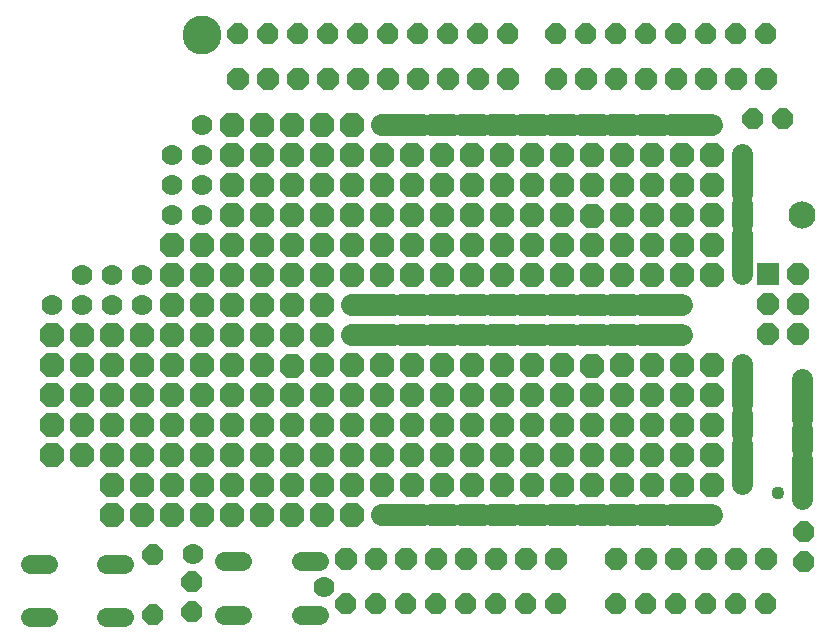
<source format=gbs>
G75*
%MOIN*%
%OFA0B0*%
%FSLAX24Y24*%
%IPPOS*%
%LPD*%
%AMOC8*
5,1,8,0,0,1.08239X$1,22.5*
%
%ADD10C,0.1300*%
%ADD11C,0.0906*%
%ADD12C,0.0640*%
%ADD13OC8,0.0700*%
%ADD14C,0.0749*%
%ADD15C,0.0700*%
%ADD16OC8,0.0740*%
%ADD17C,0.0700*%
%ADD18R,0.0740X0.0740*%
%ADD19C,0.0436*%
%ADD20OC8,0.0808*%
D10*
X006704Y020482D03*
D11*
X026704Y014482D03*
D12*
X001544Y001067D02*
X000944Y001067D01*
X000944Y002847D02*
X001544Y002847D01*
X003504Y002847D02*
X004104Y002847D01*
X004104Y001067D02*
X003504Y001067D01*
X007424Y001142D02*
X008024Y001142D01*
X008024Y002922D02*
X007424Y002922D01*
X009984Y002922D02*
X010584Y002922D01*
X010584Y001142D02*
X009984Y001142D01*
D13*
X011500Y001500D03*
X012500Y001500D03*
X013500Y001500D03*
X014500Y001500D03*
X015500Y001500D03*
X016500Y001500D03*
X017500Y001500D03*
X018500Y001500D03*
X020500Y001500D03*
X021500Y001500D03*
X022500Y001500D03*
X023500Y001500D03*
X024500Y001500D03*
X025500Y001500D03*
X026746Y002918D03*
X026746Y003918D03*
X026068Y017654D03*
X025068Y017654D03*
X025500Y020500D03*
X024500Y020500D03*
X023500Y020500D03*
X022500Y020500D03*
X021500Y020500D03*
X020500Y020500D03*
X019500Y020500D03*
X018500Y020500D03*
X016900Y020500D03*
X015900Y020500D03*
X014900Y020500D03*
X013900Y020500D03*
X012900Y020500D03*
X011900Y020500D03*
X010900Y020500D03*
X009900Y020500D03*
X008900Y020500D03*
X007900Y020500D03*
X005054Y003132D03*
X006354Y002232D03*
X006354Y001232D03*
X005054Y001132D03*
D14*
X012704Y004482D02*
X013413Y004482D01*
X013350Y004482D02*
X014058Y004482D01*
X014350Y004482D02*
X015058Y004482D01*
X015350Y004482D02*
X016058Y004482D01*
X016350Y004482D02*
X017058Y004482D01*
X017350Y004482D02*
X018058Y004482D01*
X018350Y004482D02*
X019058Y004482D01*
X019350Y004482D02*
X020058Y004482D01*
X020350Y004482D02*
X021058Y004482D01*
X021350Y004482D02*
X022058Y004482D01*
X022350Y004482D02*
X023058Y004482D01*
X022995Y004482D02*
X023704Y004482D01*
X022704Y010482D02*
X021995Y010482D01*
X022058Y010482D02*
X021350Y010482D01*
X021058Y010482D02*
X020350Y010482D01*
X020058Y010482D02*
X019350Y010482D01*
X019058Y010482D02*
X018350Y010482D01*
X018058Y010482D02*
X017350Y010482D01*
X017058Y010482D02*
X016350Y010482D01*
X016058Y010482D02*
X015350Y010482D01*
X015058Y010482D02*
X014350Y010482D01*
X014058Y010482D02*
X013350Y010482D01*
X013058Y010482D02*
X012350Y010482D01*
X012413Y010482D02*
X011704Y010482D01*
X011704Y011482D02*
X012413Y011482D01*
X012350Y011482D02*
X013058Y011482D01*
X013350Y011482D02*
X014058Y011482D01*
X014350Y011482D02*
X015058Y011482D01*
X015350Y011482D02*
X016058Y011482D01*
X016350Y011482D02*
X017058Y011482D01*
X017350Y011482D02*
X018058Y011482D01*
X018350Y011482D02*
X019058Y011482D01*
X019350Y011482D02*
X020058Y011482D01*
X020350Y011482D02*
X021058Y011482D01*
X021350Y011482D02*
X022058Y011482D01*
X021995Y011482D02*
X022704Y011482D01*
X022995Y017482D02*
X023704Y017482D01*
X023058Y017482D02*
X022350Y017482D01*
X022058Y017482D02*
X021350Y017482D01*
X021058Y017482D02*
X020350Y017482D01*
X020058Y017482D02*
X019350Y017482D01*
X019058Y017482D02*
X018350Y017482D01*
X018058Y017482D02*
X017350Y017482D01*
X017058Y017482D02*
X016350Y017482D01*
X016058Y017482D02*
X015350Y017482D01*
X015058Y017482D02*
X014350Y017482D01*
X014058Y017482D02*
X013350Y017482D01*
X013413Y017482D02*
X012704Y017482D01*
D15*
X006704Y017482D03*
X006704Y016482D03*
X005704Y016482D03*
X005704Y015482D03*
X006704Y015482D03*
X006704Y014482D03*
X005704Y014482D03*
X004704Y012482D03*
X003704Y012482D03*
X003704Y011482D03*
X004704Y011482D03*
X002704Y011482D03*
X001704Y011482D03*
X002704Y012482D03*
X006404Y003182D03*
X010754Y002082D03*
D16*
X011500Y003000D03*
X012500Y003000D03*
X013500Y003000D03*
X014500Y003000D03*
X015500Y003000D03*
X016500Y003000D03*
X017500Y003000D03*
X018500Y003000D03*
X020500Y003000D03*
X021500Y003000D03*
X022500Y003000D03*
X023500Y003000D03*
X024500Y003000D03*
X025500Y003000D03*
X025550Y010500D03*
X026550Y010500D03*
X026550Y011500D03*
X025550Y011500D03*
X026550Y012500D03*
X025500Y019000D03*
X024500Y019000D03*
X023500Y019000D03*
X022500Y019000D03*
X021500Y019000D03*
X020500Y019000D03*
X019500Y019000D03*
X018500Y019000D03*
X016900Y019000D03*
X015900Y019000D03*
X014900Y019000D03*
X013900Y019000D03*
X012900Y019000D03*
X011900Y019000D03*
X010900Y019000D03*
X009900Y019000D03*
X008900Y019000D03*
X007900Y019000D03*
D17*
X024700Y016500D02*
X024700Y015840D01*
X024700Y015830D02*
X024700Y015170D01*
X024700Y014830D02*
X024700Y014170D01*
X024700Y013830D02*
X024700Y013170D01*
X024700Y013160D02*
X024700Y012500D01*
X024700Y009500D02*
X024700Y008840D01*
X024700Y008830D02*
X024700Y008170D01*
X024700Y007830D02*
X024700Y007170D01*
X024700Y006830D02*
X024700Y006170D01*
X024700Y006160D02*
X024700Y005500D01*
X026700Y005660D02*
X026700Y005000D01*
X026700Y005670D02*
X026700Y006330D01*
X026700Y006670D02*
X026700Y007330D01*
X026700Y007670D02*
X026700Y008330D01*
X026700Y008340D02*
X026700Y009000D01*
D18*
X025550Y012500D03*
D19*
X025900Y005200D03*
D20*
X023704Y005482D03*
X023704Y006482D03*
X022704Y006482D03*
X021704Y006482D03*
X021704Y005482D03*
X022704Y005482D03*
X020704Y005482D03*
X019704Y005482D03*
X019704Y006482D03*
X020704Y006482D03*
X020704Y007482D03*
X019704Y007482D03*
X018704Y007482D03*
X017704Y007482D03*
X016704Y007482D03*
X015704Y007482D03*
X014704Y007482D03*
X013704Y007482D03*
X012704Y007482D03*
X011704Y007482D03*
X010704Y007482D03*
X009704Y007482D03*
X008704Y007482D03*
X007704Y007482D03*
X006704Y007482D03*
X005704Y007482D03*
X004704Y007482D03*
X003704Y007482D03*
X002704Y007482D03*
X001704Y007482D03*
X001704Y006482D03*
X002704Y006482D03*
X003704Y006482D03*
X004704Y006482D03*
X005704Y006482D03*
X006704Y006482D03*
X007704Y006482D03*
X008704Y006482D03*
X009704Y006482D03*
X010704Y006482D03*
X011704Y006482D03*
X012704Y006482D03*
X013704Y006482D03*
X014704Y006482D03*
X015704Y006482D03*
X016704Y006482D03*
X017704Y006482D03*
X018704Y006482D03*
X018704Y005482D03*
X017704Y005482D03*
X016704Y005482D03*
X015704Y005482D03*
X014704Y005482D03*
X013704Y005482D03*
X012704Y005482D03*
X011704Y005482D03*
X010704Y005482D03*
X009704Y005482D03*
X008704Y005482D03*
X007704Y005482D03*
X006704Y005482D03*
X005704Y005482D03*
X004704Y005482D03*
X003704Y005482D03*
X003704Y004482D03*
X004704Y004482D03*
X005704Y004482D03*
X006704Y004482D03*
X007704Y004482D03*
X008704Y004482D03*
X009704Y004482D03*
X010704Y004482D03*
X011704Y004482D03*
X011704Y008482D03*
X012704Y008482D03*
X013704Y008482D03*
X014704Y008482D03*
X015704Y008482D03*
X016704Y008482D03*
X017704Y008482D03*
X018704Y008482D03*
X019704Y008482D03*
X020704Y008482D03*
X021704Y008482D03*
X022704Y008482D03*
X023704Y008482D03*
X023704Y009482D03*
X022704Y009482D03*
X021704Y009482D03*
X020704Y009482D03*
X019704Y009432D03*
X018704Y009482D03*
X017704Y009482D03*
X016704Y009482D03*
X015704Y009482D03*
X014704Y009482D03*
X013704Y009482D03*
X012704Y009482D03*
X011704Y009482D03*
X010704Y009482D03*
X010704Y008482D03*
X009704Y008482D03*
X008704Y008482D03*
X008704Y009482D03*
X009704Y009432D03*
X009704Y010482D03*
X008704Y010482D03*
X007704Y010482D03*
X006704Y010482D03*
X005704Y010482D03*
X004704Y010482D03*
X003704Y010482D03*
X002704Y010482D03*
X001704Y010482D03*
X001704Y009482D03*
X002704Y009482D03*
X003704Y009482D03*
X004704Y009482D03*
X005704Y009482D03*
X006704Y009482D03*
X007704Y009482D03*
X007704Y008482D03*
X006704Y008482D03*
X005704Y008482D03*
X004704Y008482D03*
X003704Y008482D03*
X002704Y008482D03*
X001704Y008482D03*
X005704Y011482D03*
X006704Y011482D03*
X007704Y011482D03*
X008704Y011482D03*
X009704Y011482D03*
X010704Y011482D03*
X010704Y012482D03*
X011704Y012482D03*
X012704Y012482D03*
X013704Y012482D03*
X014704Y012482D03*
X015704Y012482D03*
X016704Y012482D03*
X017704Y012482D03*
X018704Y012482D03*
X019704Y012482D03*
X020704Y012482D03*
X021704Y012482D03*
X022704Y012482D03*
X023704Y012482D03*
X023704Y013482D03*
X023704Y014482D03*
X022704Y014482D03*
X021704Y014482D03*
X021704Y013482D03*
X022704Y013482D03*
X020704Y013482D03*
X019704Y013482D03*
X019704Y014432D03*
X020704Y014482D03*
X020704Y015482D03*
X019704Y015482D03*
X018704Y015482D03*
X017704Y015482D03*
X016704Y015482D03*
X015704Y015482D03*
X014704Y015482D03*
X013704Y015482D03*
X012704Y015482D03*
X011704Y015482D03*
X010704Y015482D03*
X009704Y015482D03*
X008704Y015482D03*
X007704Y015482D03*
X007704Y014482D03*
X008704Y014482D03*
X009704Y014482D03*
X010704Y014482D03*
X011704Y014482D03*
X012704Y014482D03*
X013704Y014482D03*
X014704Y014482D03*
X015704Y014482D03*
X016704Y014482D03*
X017704Y014482D03*
X018704Y014482D03*
X018704Y013482D03*
X017704Y013482D03*
X016704Y013482D03*
X015704Y013482D03*
X014704Y013482D03*
X013704Y013482D03*
X012704Y013482D03*
X011704Y013482D03*
X010704Y013482D03*
X009704Y013482D03*
X008704Y013482D03*
X007704Y013482D03*
X006704Y013482D03*
X005704Y013482D03*
X005704Y012482D03*
X006704Y012482D03*
X007704Y012482D03*
X008704Y012482D03*
X009704Y012482D03*
X010704Y010482D03*
X010704Y016482D03*
X011704Y016482D03*
X012704Y016482D03*
X013704Y016482D03*
X014704Y016482D03*
X015704Y016482D03*
X016704Y016482D03*
X017704Y016482D03*
X018704Y016482D03*
X019704Y016482D03*
X020704Y016482D03*
X021704Y016482D03*
X022704Y016482D03*
X023704Y016482D03*
X023704Y015482D03*
X022704Y015482D03*
X021704Y015482D03*
X011704Y017482D03*
X010704Y017482D03*
X009704Y017482D03*
X008704Y017482D03*
X008704Y016482D03*
X009704Y016482D03*
X007704Y016482D03*
X007704Y017482D03*
X021704Y007482D03*
X022704Y007482D03*
X023704Y007482D03*
M02*

</source>
